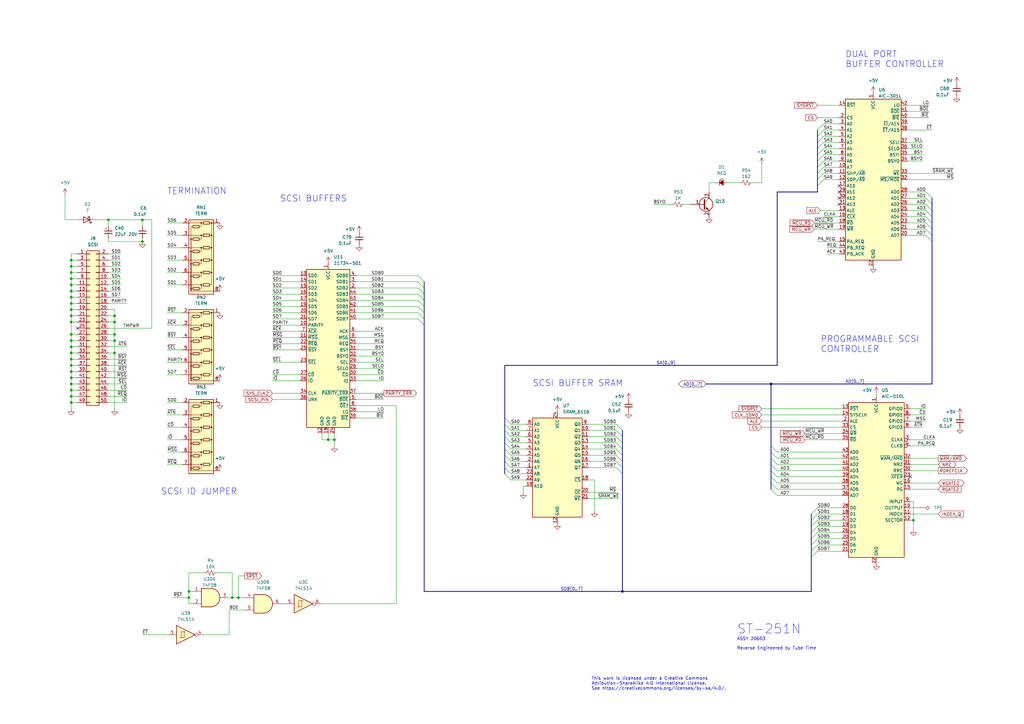
<source format=kicad_sch>
(kicad_sch (version 20231120) (generator "eeschema") (generator_version "8.0")
  (paper "A3")
  (junction (at 29.21 119.38))
  (junction (at 46.99 144.78))
  (junction (at 29.21 127))
  (junction (at 58.42 99.06))
  (junction (at 77.47 242.57))
  (junction (at 29.21 152.4))
  (junction (at 29.21 160.02))
  (junction (at 46.99 139.7))
  (junction (at 29.21 142.24))
  (junction (at 255.27 242.57))
  (junction (at 29.21 106.68))
  (junction (at 29.21 137.16))
  (junction (at 29.21 124.46))
  (junction (at 29.21 116.84))
  (junction (at 29.21 114.3))
  (junction (at 137.16 180.34))
  (junction (at 58.42 90.17))
  (junction (at 134.62 180.34))
  (junction (at 46.99 137.16))
  (junction (at 29.21 132.08))
  (junction (at 46.99 132.08))
  (junction (at 29.21 147.32))
  (junction (at 29.21 139.7))
  (junction (at 374.65 213.36))
  (junction (at 77.47 245.11))
  (junction (at 29.21 162.56))
  (junction (at 29.21 129.54))
  (junction (at 316.23 157.48))
  (junction (at 29.21 109.22))
  (junction (at 29.21 144.78))
  (junction (at 46.99 129.54))
  (junction (at 29.21 165.1))
  (junction (at 97.79 245.11))
  (junction (at 29.21 111.76))
  (junction (at 29.21 149.86))
  (junction (at 29.21 157.48))
  (junction (at 44.45 90.17))
  (junction (at 29.21 121.92))
  (junction (at 95.25 245.11))
  (junction (at 29.21 154.94))
  (no_connect (at 31.75 134.62))
  (no_connect (at 373.38 195.58))
  (no_connect (at 344.17 83.82))
  (no_connect (at 344.17 78.74))
  (no_connect (at 344.17 76.2))
  (no_connect (at 344.17 81.28))
  (bus_entry (at 335.28 63.5) (size 2.54 -2.54))
  (bus_entry (at 335.28 208.28) (size -2.54 2.54))
  (bus_entry (at 207.01 191.77) (size 2.54 2.54))
  (bus_entry (at 252.73 191.77) (size 2.54 2.54))
  (bus_entry (at 335.28 73.66) (size 2.54 -2.54))
  (bus_entry (at 316.23 200.66) (size 2.54 2.54))
  (bus_entry (at 207.01 179.07) (size 2.54 2.54))
  (bus_entry (at 379.73 83.82) (size 2.54 2.54))
  (bus_entry (at 316.23 182.88) (size 2.54 2.54))
  (bus_entry (at 207.01 173.99) (size 2.54 2.54))
  (bus_entry (at 207.01 181.61) (size 2.54 2.54))
  (bus_entry (at 335.28 53.34) (size 2.54 -2.54))
  (bus_entry (at 171.45 113.03) (size 2.54 2.54))
  (bus_entry (at 316.23 190.5) (size 2.54 2.54))
  (bus_entry (at 335.28 66.04) (size 2.54 -2.54))
  (bus_entry (at 316.23 185.42) (size 2.54 2.54))
  (bus_entry (at 207.01 184.15) (size 2.54 2.54))
  (bus_entry (at 335.28 55.88) (size 2.54 -2.54))
  (bus_entry (at 335.28 71.12) (size 2.54 -2.54))
  (bus_entry (at 252.73 179.07) (size 2.54 2.54))
  (bus_entry (at 335.28 210.82) (size -2.54 2.54))
  (bus_entry (at 379.73 81.28) (size 2.54 2.54))
  (bus_entry (at 207.01 186.69) (size 2.54 2.54))
  (bus_entry (at 171.45 118.11) (size 2.54 2.54))
  (bus_entry (at 316.23 195.58) (size 2.54 2.54))
  (bus_entry (at 207.01 171.45) (size 2.54 2.54))
  (bus_entry (at 207.01 189.23) (size 2.54 2.54))
  (bus_entry (at 252.73 184.15) (size 2.54 2.54))
  (bus_entry (at 379.73 88.9) (size 2.54 2.54))
  (bus_entry (at 171.45 128.27) (size 2.54 2.54))
  (bus_entry (at 316.23 193.04) (size 2.54 2.54))
  (bus_entry (at 335.28 60.96) (size 2.54 -2.54))
  (bus_entry (at 171.45 115.57) (size 2.54 2.54))
  (bus_entry (at 252.73 181.61) (size 2.54 2.54))
  (bus_entry (at 335.28 58.42) (size 2.54 -2.54))
  (bus_entry (at 252.73 173.99) (size 2.54 2.54))
  (bus_entry (at 379.73 93.98) (size 2.54 2.54))
  (bus_entry (at 335.28 220.98) (size -2.54 2.54))
  (bus_entry (at 335.28 218.44) (size -2.54 2.54))
  (bus_entry (at 335.28 226.06) (size -2.54 2.54))
  (bus_entry (at 252.73 189.23) (size 2.54 2.54))
  (bus_entry (at 379.73 78.74) (size 2.54 2.54))
  (bus_entry (at 335.28 76.2) (size 2.54 -2.54))
  (bus_entry (at 379.73 86.36) (size 2.54 2.54))
  (bus_entry (at 171.45 123.19) (size 2.54 2.54))
  (bus_entry (at 335.28 223.52) (size -2.54 2.54))
  (bus_entry (at 335.28 68.58) (size 2.54 -2.54))
  (bus_entry (at 335.28 213.36) (size -2.54 2.54))
  (bus_entry (at 207.01 194.31) (size 2.54 2.54))
  (bus_entry (at 207.01 176.53) (size 2.54 2.54))
  (bus_entry (at 171.45 125.73) (size 2.54 2.54))
  (bus_entry (at 379.73 96.52) (size 2.54 2.54))
  (bus_entry (at 335.28 215.9) (size -2.54 2.54))
  (bus_entry (at 252.73 186.69) (size 2.54 2.54))
  (bus_entry (at 171.45 130.81) (size 2.54 2.54))
  (bus_entry (at 379.73 91.44) (size 2.54 2.54))
  (bus_entry (at 171.45 120.65) (size 2.54 2.54))
  (bus_entry (at 316.23 198.12) (size 2.54 2.54))
  (bus_entry (at 316.23 187.96) (size 2.54 2.54))
  (bus_entry (at 252.73 176.53) (size 2.54 2.54))
  (bus (pts (xy 332.74 223.52) (xy 332.74 226.06)))
  (bus (pts (xy 255.27 181.61) (xy 255.27 184.15)))
  (wire (pts (xy 29.21 162.56) (xy 31.75 162.56)))
  (wire (pts (xy 339.09 104.14) (xy 344.17 104.14)))
  (wire (pts (xy 374.65 205.74) (xy 374.65 213.36)))
  (bus (pts (xy 207.01 181.61) (xy 207.01 184.15)))
  (bus (pts (xy 332.74 242.57) (xy 255.27 242.57)))
  (wire (pts (xy 29.21 147.32) (xy 31.75 147.32)))
  (bus (pts (xy 382.27 93.98) (xy 382.27 96.52)))
  (wire (pts (xy 29.21 119.38) (xy 31.75 119.38)))
  (wire (pts (xy 29.21 139.7) (xy 29.21 142.24)))
  (bus (pts (xy 316.23 195.58) (xy 316.23 198.12)))
  (wire (pts (xy 146.05 143.51) (xy 157.48 143.51)))
  (wire (pts (xy 330.2 177.8) (xy 345.44 177.8)))
  (wire (pts (xy 373.38 167.64) (xy 379.73 167.64)))
  (wire (pts (xy 29.21 160.02) (xy 31.75 160.02)))
  (wire (pts (xy 146.05 130.81) (xy 171.45 130.81)))
  (bus (pts (xy 316.23 157.48) (xy 316.23 182.88)))
  (wire (pts (xy 29.21 149.86) (xy 31.75 149.86)))
  (wire (pts (xy 157.48 135.89) (xy 146.05 135.89)))
  (wire (pts (xy 372.11 58.42) (xy 378.46 58.42)))
  (wire (pts (xy 373.38 172.72) (xy 379.73 172.72)))
  (wire (pts (xy 29.21 152.4) (xy 31.75 152.4)))
  (wire (pts (xy 29.21 162.56) (xy 29.21 165.1)))
  (bus (pts (xy 207.01 179.07) (xy 207.01 181.61)))
  (wire (pts (xy 68.58 175.26) (xy 74.93 175.26)))
  (wire (pts (xy 134.62 180.34) (xy 134.62 177.8)))
  (wire (pts (xy 290.83 74.93) (xy 293.37 74.93)))
  (wire (pts (xy 44.45 90.17) (xy 58.42 90.17)))
  (bus (pts (xy 255.27 191.77) (xy 255.27 194.31)))
  (bus (pts (xy 255.27 189.23) (xy 255.27 191.77)))
  (wire (pts (xy 44.45 97.79) (xy 44.45 99.06)))
  (wire (pts (xy 214.63 199.39) (xy 215.9 199.39)))
  (bus (pts (xy 207.01 149.86) (xy 207.01 171.45)))
  (bus (pts (xy 382.27 86.36) (xy 382.27 88.9)))
  (bus (pts (xy 316.23 190.5) (xy 316.23 193.04)))
  (bus (pts (xy 332.74 218.44) (xy 332.74 220.98)))
  (wire (pts (xy 29.21 149.86) (xy 29.21 152.4)))
  (wire (pts (xy 241.3 176.53) (xy 252.73 176.53)))
  (wire (pts (xy 29.21 165.1) (xy 31.75 165.1)))
  (wire (pts (xy 44.45 111.76) (xy 49.53 111.76)))
  (wire (pts (xy 44.45 149.86) (xy 52.07 149.86)))
  (wire (pts (xy 134.62 180.34) (xy 137.16 180.34)))
  (wire (pts (xy 29.21 116.84) (xy 29.21 119.38)))
  (wire (pts (xy 44.45 106.68) (xy 49.53 106.68)))
  (wire (pts (xy 29.21 144.78) (xy 29.21 147.32)))
  (wire (pts (xy 115.57 247.65) (xy 116.84 247.65)))
  (wire (pts (xy 298.45 74.93) (xy 303.53 74.93)))
  (wire (pts (xy 146.05 166.37) (xy 162.56 166.37)))
  (bus (pts (xy 335.28 73.66) (xy 335.28 76.2)))
  (wire (pts (xy 68.58 153.67) (xy 74.93 153.67)))
  (wire (pts (xy 335.28 218.44) (xy 345.44 218.44)))
  (bus (pts (xy 316.23 187.96) (xy 316.23 190.5)))
  (wire (pts (xy 68.58 260.35) (xy 58.42 260.35)))
  (wire (pts (xy 146.05 140.97) (xy 157.48 140.97)))
  (wire (pts (xy 241.3 179.07) (xy 252.73 179.07)))
  (wire (pts (xy 44.45 144.78) (xy 46.99 144.78)))
  (bus (pts (xy 318.77 78.74) (xy 318.77 149.86)))
  (wire (pts (xy 44.45 127) (xy 46.99 127)))
  (bus (pts (xy 382.27 88.9) (xy 382.27 91.44)))
  (wire (pts (xy 68.58 165.1) (xy 74.93 165.1)))
  (bus (pts (xy 207.01 184.15) (xy 207.01 186.69)))
  (wire (pts (xy 97.79 236.22) (xy 100.33 236.22)))
  (wire (pts (xy 337.82 58.42) (xy 344.17 58.42)))
  (wire (pts (xy 373.38 208.28) (xy 377.19 208.28)))
  (wire (pts (xy 29.21 154.94) (xy 31.75 154.94)))
  (wire (pts (xy 44.45 121.92) (xy 49.53 121.92)))
  (bus (pts (xy 332.74 226.06) (xy 332.74 228.6)))
  (wire (pts (xy 111.76 138.43) (xy 123.19 138.43)))
  (wire (pts (xy 372.11 71.12) (xy 391.16 71.12)))
  (wire (pts (xy 44.45 134.62) (xy 62.23 134.62)))
  (wire (pts (xy 209.55 194.31) (xy 215.9 194.31)))
  (wire (pts (xy 241.3 191.77) (xy 252.73 191.77)))
  (wire (pts (xy 68.58 138.43) (xy 74.93 138.43)))
  (wire (pts (xy 373.38 213.36) (xy 374.65 213.36)))
  (wire (pts (xy 335.28 210.82) (xy 345.44 210.82)))
  (wire (pts (xy 372.11 66.04) (xy 378.46 66.04)))
  (wire (pts (xy 44.45 90.17) (xy 44.45 92.71)))
  (wire (pts (xy 373.38 193.04) (xy 384.81 193.04)))
  (wire (pts (xy 44.45 114.3) (xy 49.53 114.3)))
  (wire (pts (xy 68.58 116.84) (xy 74.93 116.84)))
  (bus (pts (xy 173.99 128.27) (xy 173.99 130.81)))
  (wire (pts (xy 209.55 173.99) (xy 215.9 173.99)))
  (wire (pts (xy 44.45 124.46) (xy 52.07 124.46)))
  (wire (pts (xy 29.21 121.92) (xy 29.21 124.46)))
  (wire (pts (xy 146.05 128.27) (xy 171.45 128.27)))
  (wire (pts (xy 44.45 142.24) (xy 52.07 142.24)))
  (wire (pts (xy 29.21 127) (xy 29.21 129.54)))
  (wire (pts (xy 318.77 198.12) (xy 345.44 198.12)))
  (bus (pts (xy 255.27 184.15) (xy 255.27 186.69)))
  (bus (pts (xy 332.74 215.9) (xy 332.74 218.44)))
  (wire (pts (xy 68.58 143.51) (xy 74.93 143.51)))
  (wire (pts (xy 335.28 223.52) (xy 345.44 223.52)))
  (bus (pts (xy 335.28 66.04) (xy 335.28 68.58)))
  (wire (pts (xy 372.11 53.34) (xy 382.27 53.34)))
  (wire (pts (xy 241.3 189.23) (xy 252.73 189.23)))
  (bus (pts (xy 316.23 185.42) (xy 316.23 187.96)))
  (wire (pts (xy 44.45 109.22) (xy 49.53 109.22)))
  (wire (pts (xy 29.21 160.02) (xy 29.21 162.56)))
  (wire (pts (xy 372.11 83.82) (xy 379.73 83.82)))
  (wire (pts (xy 78.74 242.57) (xy 77.47 242.57)))
  (bus (pts (xy 382.27 157.48) (xy 316.23 157.48)))
  (wire (pts (xy 123.19 148.59) (xy 111.76 148.59)))
  (wire (pts (xy 241.3 173.99) (xy 252.73 173.99)))
  (wire (pts (xy 97.79 245.11) (xy 100.33 245.11)))
  (wire (pts (xy 146.05 161.29) (xy 157.48 161.29)))
  (wire (pts (xy 209.55 189.23) (xy 215.9 189.23)))
  (wire (pts (xy 146.05 125.73) (xy 171.45 125.73)))
  (wire (pts (xy 373.38 187.96) (xy 384.81 187.96)))
  (bus (pts (xy 335.28 76.2) (xy 335.28 78.74)))
  (bus (pts (xy 207.01 189.23) (xy 207.01 191.77)))
  (wire (pts (xy 339.09 101.6) (xy 344.17 101.6)))
  (wire (pts (xy 62.23 134.62) (xy 62.23 90.17)))
  (wire (pts (xy 373.38 170.18) (xy 379.73 170.18)))
  (bus (pts (xy 207.01 186.69) (xy 207.01 189.23)))
  (wire (pts (xy 111.76 130.81) (xy 123.19 130.81)))
  (wire (pts (xy 334.01 93.98) (xy 344.17 93.98)))
  (wire (pts (xy 29.21 157.48) (xy 31.75 157.48)))
  (wire (pts (xy 337.82 68.58) (xy 344.17 68.58)))
  (wire (pts (xy 29.21 137.16) (xy 29.21 139.7)))
  (wire (pts (xy 93.98 250.19) (xy 100.33 250.19)))
  (wire (pts (xy 29.21 147.32) (xy 29.21 149.86)))
  (wire (pts (xy 26.67 90.17) (xy 31.75 90.17)))
  (wire (pts (xy 111.76 125.73) (xy 123.19 125.73)))
  (bus (pts (xy 255.27 242.57) (xy 173.99 242.57)))
  (wire (pts (xy 44.45 152.4) (xy 52.07 152.4)))
  (wire (pts (xy 146.05 146.05) (xy 157.48 146.05)))
  (wire (pts (xy 157.48 163.83) (xy 146.05 163.83)))
  (wire (pts (xy 29.21 104.14) (xy 29.21 106.68)))
  (wire (pts (xy 97.79 245.11) (xy 97.79 236.22)))
  (wire (pts (xy 44.45 160.02) (xy 52.07 160.02)))
  (wire (pts (xy 29.21 144.78) (xy 31.75 144.78)))
  (wire (pts (xy 46.99 129.54) (xy 46.99 132.08)))
  (wire (pts (xy 29.21 142.24) (xy 29.21 144.78)))
  (wire (pts (xy 44.45 147.32) (xy 52.07 147.32)))
  (wire (pts (xy 373.38 190.5) (xy 384.81 190.5)))
  (wire (pts (xy 68.58 106.68) (xy 74.93 106.68)))
  (bus (pts (xy 335.28 63.5) (xy 335.28 66.04)))
  (bus (pts (xy 173.99 123.19) (xy 173.99 125.73)))
  (bus (pts (xy 316.23 198.12) (xy 316.23 200.66)))
  (bus (pts (xy 332.74 210.82) (xy 332.74 213.36)))
  (bus (pts (xy 207.01 176.53) (xy 207.01 179.07)))
  (wire (pts (xy 137.16 180.34) (xy 137.16 182.88)))
  (bus (pts (xy 335.28 60.96) (xy 335.28 63.5)))
  (bus (pts (xy 335.28 58.42) (xy 335.28 60.96)))
  (bus (pts (xy 316.23 182.88) (xy 316.23 185.42)))
  (wire (pts (xy 241.3 181.61) (xy 252.73 181.61)))
  (wire (pts (xy 29.21 106.68) (xy 31.75 106.68)))
  (wire (pts (xy 209.55 184.15) (xy 215.9 184.15)))
  (wire (pts (xy 93.98 260.35) (xy 93.98 250.19)))
  (wire (pts (xy 318.77 187.96) (xy 345.44 187.96)))
  (wire (pts (xy 137.16 180.34) (xy 137.16 177.8)))
  (wire (pts (xy 111.76 133.35) (xy 123.19 133.35)))
  (wire (pts (xy 44.45 129.54) (xy 46.99 129.54)))
  (wire (pts (xy 123.19 161.29) (xy 111.76 161.29)))
  (wire (pts (xy 77.47 247.65) (xy 78.74 247.65)))
  (wire (pts (xy 132.08 180.34) (xy 134.62 180.34)))
  (wire (pts (xy 68.58 111.76) (xy 74.93 111.76)))
  (wire (pts (xy 68.58 128.27) (xy 74.93 128.27)))
  (wire (pts (xy 337.82 53.34) (xy 344.17 53.34)))
  (wire (pts (xy 335.28 220.98) (xy 345.44 220.98)))
  (wire (pts (xy 372.11 78.74) (xy 379.73 78.74)))
  (wire (pts (xy 95.25 245.11) (xy 97.79 245.11)))
  (wire (pts (xy 29.21 139.7) (xy 31.75 139.7)))
  (wire (pts (xy 123.19 143.51) (xy 111.76 143.51)))
  (wire (pts (xy 88.9 234.95) (xy 95.25 234.95)))
  (bus (pts (xy 382.27 99.06) (xy 382.27 157.48)))
  (wire (pts (xy 318.77 185.42) (xy 345.44 185.42)))
  (wire (pts (xy 83.82 234.95) (xy 77.47 234.95)))
  (wire (pts (xy 312.42 67.31) (xy 312.42 74.93)))
  (wire (pts (xy 337.82 71.12) (xy 344.17 71.12)))
  (wire (pts (xy 373.38 205.74) (xy 374.65 205.74)))
  (wire (pts (xy 58.42 97.79) (xy 58.42 99.06)))
  (wire (pts (xy 44.45 154.94) (xy 52.07 154.94)))
  (wire (pts (xy 29.21 157.48) (xy 29.21 160.02)))
  (wire (pts (xy 44.45 162.56) (xy 52.07 162.56)))
  (wire (pts (xy 68.58 185.42) (xy 74.93 185.42)))
  (wire (pts (xy 337.82 63.5) (xy 344.17 63.5)))
  (wire (pts (xy 334.01 91.44) (xy 344.17 91.44)))
  (wire (pts (xy 337.82 66.04) (xy 344.17 66.04)))
  (wire (pts (xy 318.77 203.2) (xy 345.44 203.2)))
  (bus (pts (xy 173.99 133.35) (xy 173.99 242.57)))
  (wire (pts (xy 111.76 135.89) (xy 123.19 135.89)))
  (wire (pts (xy 372.11 73.66) (xy 391.16 73.66)))
  (bus (pts (xy 332.74 228.6) (xy 332.74 242.57)))
  (wire (pts (xy 68.58 133.35) (xy 74.93 133.35)))
  (wire (pts (xy 29.21 121.92) (xy 31.75 121.92)))
  (wire (pts (xy 335.28 208.28) (xy 345.44 208.28)))
  (wire (pts (xy 318.77 200.66) (xy 345.44 200.66)))
  (wire (pts (xy 209.55 176.53) (xy 215.9 176.53)))
  (bus (pts (xy 255.27 194.31) (xy 255.27 242.57)))
  (wire (pts (xy 46.99 144.78) (xy 46.99 167.64)))
  (wire (pts (xy 93.98 245.11) (xy 95.25 245.11)))
  (wire (pts (xy 44.45 116.84) (xy 49.53 116.84)))
  (wire (pts (xy 243.84 209.55) (xy 243.84 196.85)))
  (wire (pts (xy 44.45 119.38) (xy 49.53 119.38)))
  (wire (pts (xy 77.47 242.57) (xy 77.47 245.11)))
  (wire (pts (xy 330.2 180.34) (xy 345.44 180.34)))
  (wire (pts (xy 146.05 113.03) (xy 171.45 113.03)))
  (wire (pts (xy 111.76 113.03) (xy 123.19 113.03)))
  (wire (pts (xy 44.45 139.7) (xy 46.99 139.7)))
  (wire (pts (xy 31.75 104.14) (xy 29.21 104.14)))
  (wire (pts (xy 373.38 175.26) (xy 378.46 175.26)))
  (wire (pts (xy 335.28 43.18) (xy 344.17 43.18)))
  (wire (pts (xy 68.58 91.44) (xy 74.93 91.44)))
  (wire (pts (xy 146.05 168.91) (xy 157.48 168.91)))
  (wire (pts (xy 372.11 45.72) (xy 381 45.72)))
  (wire (pts (xy 46.99 132.08) (xy 46.99 137.16)))
  (bus (pts (xy 255.27 179.07) (xy 255.27 181.61)))
  (bus (pts (xy 382.27 83.82) (xy 382.27 86.36)))
  (wire (pts (xy 132.08 180.34) (xy 132.08 177.8)))
  (wire (pts (xy 337.82 73.66) (xy 344.17 73.66)))
  (wire (pts (xy 44.45 99.06) (xy 58.42 99.06)))
  (wire (pts (xy 29.21 111.76) (xy 31.75 111.76)))
  (wire (pts (xy 29.21 154.94) (xy 29.21 157.48)))
  (wire (pts (xy 318.77 190.5) (xy 345.44 190.5)))
  (bus (pts (xy 382.27 91.44) (xy 382.27 93.98)))
  (wire (pts (xy 372.11 63.5) (xy 378.46 63.5)))
  (wire (pts (xy 312.42 175.26) (xy 345.44 175.26)))
  (wire (pts (xy 372.11 86.36) (xy 379.73 86.36)))
  (wire (pts (xy 26.67 80.01) (xy 26.67 90.17)))
  (wire (pts (xy 29.21 119.38) (xy 29.21 121.92)))
  (wire (pts (xy 312.42 167.64) (xy 345.44 167.64)))
  (wire (pts (xy 46.99 137.16) (xy 46.99 139.7)))
  (wire (pts (xy 335.28 213.36) (xy 345.44 213.36)))
  (wire (pts (xy 241.3 186.69) (xy 252.73 186.69)))
  (wire (pts (xy 111.76 128.27) (xy 123.19 128.27)))
  (wire (pts (xy 209.55 181.61) (xy 215.9 181.61)))
  (bus (pts (xy 255.27 176.53) (xy 255.27 179.07)))
  (bus (pts (xy 255.27 186.69) (xy 255.27 189.23)))
  (bus (pts (xy 335.28 71.12) (xy 335.28 73.66)))
  (wire (pts (xy 146.05 153.67) (xy 157.48 153.67)))
  (wire (pts (xy 146.05 115.57) (xy 171.45 115.57)))
  (wire (pts (xy 318.77 193.04) (xy 345.44 193.04)))
  (wire (pts (xy 146.05 151.13) (xy 157.48 151.13)))
  (wire (pts (xy 111.76 118.11) (xy 123.19 118.11)))
  (wire (pts (xy 359.41 161.29) (xy 359.41 162.56)))
  (wire (pts (xy 29.21 142.24) (xy 31.75 142.24)))
  (wire (pts (xy 29.21 114.3) (xy 31.75 114.3)))
  (wire (pts (xy 29.21 132.08) (xy 29.21 137.16)))
  (wire (pts (xy 241.3 204.47) (xy 254 204.47)))
  (wire (pts (xy 29.21 109.22) (xy 29.21 111.76)))
  (wire (pts (xy 337.82 50.8) (xy 344.17 50.8)))
  (wire (pts (xy 29.21 127) (xy 31.75 127)))
  (wire (pts (xy 372.11 48.26) (xy 381 48.26)))
  (wire (pts (xy 44.45 165.1) (xy 52.07 165.1)))
  (wire (pts (xy 372.11 81.28) (xy 379.73 81.28)))
  (bus (pts (xy 173.99 118.11) (xy 173.99 120.65)))
  (wire (pts (xy 209.55 196.85) (xy 215.9 196.85)))
  (wire (pts (xy 146.05 156.21) (xy 157.48 156.21)))
  (wire (pts (xy 214.63 201.93) (xy 214.63 199.39)))
  (bus (pts (xy 173.99 125.73) (xy 173.99 128.27)))
  (wire (pts (xy 95.25 234.95) (xy 95.25 245.11)))
  (wire (pts (xy 111.76 120.65) (xy 123.19 120.65)))
  (wire (pts (xy 29.21 132.08) (xy 31.75 132.08)))
  (wire (pts (xy 29.21 109.22) (xy 31.75 109.22)))
  (wire (pts (xy 312.42 172.72) (xy 345.44 172.72)))
  (wire (pts (xy 243.84 196.85) (xy 241.3 196.85)))
  (wire (pts (xy 335.28 215.9) (xy 345.44 215.9)))
  (wire (pts (xy 162.56 166.37) (xy 162.56 247.65)))
  (wire (pts (xy 29.21 124.46) (xy 29.21 127)))
  (bus (pts (xy 207.01 149.86) (xy 318.77 149.86)))
  (wire (pts (xy 44.45 104.14) (xy 49.53 104.14)))
  (wire (pts (xy 29.21 116.84) (xy 31.75 116.84)))
  (bus (pts (xy 382.27 96.52) (xy 382.27 99.06)))
  (wire (pts (xy 46.99 127) (xy 46.99 129.54)))
  (wire (pts (xy 111.76 140.97) (xy 123.19 140.97)))
  (wire (pts (xy 241.3 184.15) (xy 252.73 184.15)))
  (wire (pts (xy 29.21 129.54) (xy 29.21 132.08)))
  (wire (pts (xy 77.47 234.95) (xy 77.47 242.57)))
  (wire (pts (xy 29.21 137.16) (xy 31.75 137.16)))
  (bus (pts (xy 335.28 68.58) (xy 335.28 71.12)))
  (wire (pts (xy 111.76 115.57) (xy 123.19 115.57)))
  (wire (pts (xy 77.47 245.11) (xy 77.47 247.65)))
  (wire (pts (xy 241.3 201.93) (xy 252.73 201.93)))
  (wire (pts (xy 336.55 86.36) (xy 344.17 86.36)))
  (wire (pts (xy 146.05 148.59) (xy 157.48 148.59)))
  (bus (pts (xy 173.99 130.81) (xy 173.99 133.35)))
  (bus (pts (xy 335.28 53.34) (xy 335.28 55.88)))
  (wire (pts (xy 44.45 157.48) (xy 52.07 157.48)))
  (wire (pts (xy 29.21 129.54) (xy 31.75 129.54)))
  (bus (pts (xy 332.74 220.98) (xy 332.74 223.52)))
  (wire (pts (xy 372.11 91.44) (xy 379.73 91.44)))
  (wire (pts (xy 29.21 124.46) (xy 31.75 124.46)))
  (wire (pts (xy 68.58 190.5) (xy 74.93 190.5)))
  (wire (pts (xy 374.65 213.36) (xy 374.65 217.17)))
  (wire (pts (xy 71.12 245.11) (xy 77.47 245.11)))
  (wire (pts (xy 123.19 156.21) (xy 111.76 156.21)))
  (wire (pts (xy 146.05 123.19) (xy 171.45 123.19)))
  (bus (pts (xy 173.99 115.57) (xy 173.99 118.11)))
  (wire (pts (xy 335.28 99.06) (xy 344.17 99.06)))
  (wire (pts (xy 337.82 60.96) (xy 344.17 60.96)))
  (wire (pts (xy 146.05 171.45) (xy 157.48 171.45)))
  (bus (pts (xy 207.01 173.99) (xy 207.01 176.53)))
  (wire (pts (xy 372.11 88.9) (xy 379.73 88.9)))
  (bus (pts (xy 173.99 120.65) (xy 173.99 123.19)))
  (wire (pts (xy 68.58 148.59) (xy 74.93 148.59)))
  (wire (pts (xy 157.48 138.43) (xy 146.05 138.43)))
  (wire (pts (xy 58.42 90.17) (xy 62.23 90.17)))
  (wire (pts (xy 267.97 83.82) (xy 275.59 83.82)))
  (wire (pts (xy 373.38 198.12) (xy 384.81 198.12)))
  (wire (pts (xy 335.28 226.06) (xy 345.44 226.06)))
  (wire (pts (xy 146.05 118.11) (xy 171.45 118.11)))
  (wire (pts (xy 280.67 83.82) (xy 283.21 83.82)))
  (wire (pts (xy 29.21 114.3) (xy 29.21 116.84)))
  (wire (pts (xy 132.08 247.65) (xy 162.56 247.65)))
  (wire (pts (xy 372.11 60.96) (xy 378.46 60.96)))
  (wire (pts (xy 372.11 96.52) (xy 379.73 96.52)))
  (wire (pts (xy 83.82 260.35) (xy 93.98 260.35)))
  (wire (pts (xy 46.99 139.7) (xy 46.99 144.78)))
  (bus (pts (xy 207.01 171.45) (xy 207.01 173.99)))
  (wire (pts (xy 337.82 55.88) (xy 344.17 55.88)))
  (wire (pts (xy 68.58 180.34) (xy 74.93 180.34)))
  (wire (pts (xy 290.83 74.93) (xy 290.83 78.74)))
  (wire (pts (xy 29.21 152.4) (xy 29.21 154.94)))
  (wire (pts (xy 337.82 88.9) (xy 344.17 88.9)))
  (wire (pts (xy 123.19 163.83) (xy 111.76 163.83)))
  (bus (pts (xy 289.56 157.48) (xy 316.23 157.48)))
  (bus (pts (xy 332.74 213.36) (xy 332.74 215.9)))
  (wire (pts (xy 68.58 170.18) (xy 74.93 170.18)))
  (wire (pts (xy 44.45 137.16) (xy 46.99 137.16)))
  (wire (pts (xy 312.42 170.18) (xy 345.44 170.18)))
  (wire (pts (xy 29.21 111.76) (xy 29.21 114.3)))
  (wire (pts (xy 372.11 93.98) (xy 379.73 93.98)))
  (wire (pts (xy 335.28 48.26) (xy 344.17 48.26)))
  (wire (pts (xy 68.58 96.52) (xy 74.93 96.52)))
  (wire (pts (xy 44.45 132.08) (xy 46.99 132.08)))
  (wire (pts (xy 58.42 90.17) (xy 58.42 92.71)))
  (wire (pts (xy 209.55 191.77) (xy 215.9 191.77)))
  (bus (pts (xy 207.01 191.77) (xy 207.01 194.31)))
  (bus (pts (xy 335.28 55.88) (xy 335.28 58.42)))
  (wire (pts (xy 209.55 186.69) (xy 215.9 186.69)))
  (wire (pts (xy 372.11 43.18) (xy 381 43.18)))
  (wire (pts (xy 312.42 74.93) (xy 308.61 74.93)))
  (wire (pts (xy 123.19 153.67) (xy 111.76 153.67)))
  (wire (pts (xy 29.21 106.68) (xy 29.21 109.22)))
  (wire (pts (xy 209.55 179.07) (xy 215.9 179.07)))
  (wire (pts (xy 373.38 180.34) (xy 383.54 180.34)))
  (wire (pts (xy 39.37 90.17) (xy 44.45 90.17)))
  (bus (pts (xy 382.27 81.28) (xy 382.27 83.82)))
  (wire (pts (xy 373.38 210.82) (xy 384.81 210.82)))
  (bus (pts (xy 318.77 78.74) (xy 335.28 78.74)))
  (wire (pts (xy 68.58 101.6) (xy 74.93 101.6)))
  (wire (pts (xy 111.76 123.19) (xy 123.19 123.19)))
  (wire (pts (xy 318.77 195.58) (xy 345.44 195.58)))
  (bus (pts (xy 316.23 193.04) (xy 316.23 195.58)))
  (wire (pts (xy 373.38 200.66) (xy 384.81 200.66)))
  (wire (pts (xy 29.21 165.1) (xy 29.21 167.64)))
  (wire (pts (xy 146.05 120.65) (xy 171.45 120.65)))
  (wire (pts (xy 373.38 182.88) (xy 383.54 182.88)))
  (text "TERMINATION" (at 68.58 80.01 0) (effects (font (size 2.54 2.54)) (justify left bottom)))
  (text "This work is licensed under a Creative Commons\nAttribution-ShareAlike 4.0 International License.\nSee https://creativecommons.org/licenses/by-sa/4.0/.\n" (at 242.57 283.21 0) (effects (font (size 1.27 1.27)) (justify left bottom)))
  (text "ASSY 20603" (at 302.26 262.89 0) (effects (font (size 1.27 1.27)) (justify left bottom)))
  (text "ST-251N" (at 302.26 260.35 0) (effects (font (size 3.81 3.81)) (justify left bottom)))
  (text "Reverse Engineered by Tube Time" (at 302.26 266.7 0) (effects (font (size 1.27 1.27)) (justify left bottom)))
  (text "SCSI ID JUMPER" (at 66.04 203.2 0) (effects (font (size 2.54 2.54)) (justify left bottom)))
  (text "SCSI BUFFER SRAM" (at 218.44 158.75 0) (effects (font (size 2.54 2.54)) (justify left bottom)))
  (text "DUAL PORT\nBUFFER CONTROLLER" (at 346.71 27.94 0) (effects (font (size 2.54 2.54)) (justify left bottom)))
  (text "PROGRAMMABLE SCSI\nCONTROLLER" (at 336.55 144.78 0) (effects (font (size 2.54 2.54)) (justify left bottom)))
  (text "SCSI BUFFERS" (at 114.808 83.058 0) (effects (font (size 2.54 2.54)) (justify left bottom)))
  (label "CLKA" (at 383.54 180.34 180))
  (label "PARITY" (at 52.07 124.46 180))
  (label "SDB1" (at 252.73 176.53 180))
  (label "AD4" (at 379.73 88.9 180))
  (label "AD0" (at 379.73 78.74 180))
  (label "~{BIE}" (at 157.48 171.45 180))
  (label "SD7" (at 49.53 121.92 180))
  (label "SDB5" (at 252.73 186.69 180))
  (label "~{REQ}" (at 68.58 190.5 0))
  (label "~{ACK}" (at 52.07 149.86 180))
  (label "SDB1" (at 157.48 115.57 180))
  (label "~{RST}" (at 68.58 128.27 0))
  (label "~{ET}" (at 58.42 260.35 0))
  (label "SA7" (at 209.55 191.77 0))
  (label "SEL" (at 157.48 148.59 180))
  (label "SDB5" (at 157.48 125.73 180))
  (label "AD5" (at 320.04 198.12 0))
  (label "SDB0" (at 252.73 173.99 180))
  (label "SELO" (at 378.46 60.96 180))
  (label "~{ET}" (at 382.27 53.34 180))
  (label "~{RST}" (at 52.07 152.4 180))
  (label "~{SEL}" (at 68.58 143.51 0))
  (label "BOE" (at 93.98 250.19 0))
  (label "MSG" (at 157.48 138.43 180))
  (label "REQ" (at 339.09 101.6 0))
  (label "SDB0" (at 157.48 113.03 180))
  (label "~{MSG}" (at 68.58 185.42 0))
  (label "LO" (at 157.48 168.91 180))
  (label "MSG" (at 379.73 172.72 180))
  (label "SA3" (at 337.82 58.42 0))
  (label "SD0" (at 68.58 165.1 0))
  (label "SA8" (at 209.55 194.31 0))
  (label "ACK" (at 339.09 104.14 0))
  (label "~{C}D" (at 157.48 153.67 180))
  (label "SA9" (at 337.82 73.66 0))
  (label "~{MCU_RD}" (at 330.2 180.34 0))
  (label "BSYO" (at 267.97 83.82 0))
  (label "C~{D}" (at 68.58 175.26 0))
  (label "SA2" (at 337.82 55.88 0))
  (label "SD2" (at 68.58 111.76 0))
  (label "SA8" (at 337.82 71.12 0))
  (label "SA5" (at 337.82 63.5 0))
  (label "SD6" (at 68.58 91.44 0))
  (label "SA6" (at 209.55 189.23 0))
  (label "SDB4" (at 335.28 218.44 0))
  (label "SD6" (at 111.76 128.27 0))
  (label "SDB4" (at 157.48 123.19 180))
  (label "AD0" (at 320.04 185.42 0))
  (label "SDB1" (at 335.28 210.82 0))
  (label "AD2" (at 379.73 83.82 180))
  (label "~{BOE}" (at 157.48 163.83 180))
  (label "SA4" (at 209.55 184.15 0))
  (label "SA7" (at 337.82 68.58 0))
  (label "SD4" (at 68.58 101.6 0))
  (label "~{BIE}" (at 381 48.26 180))
  (label "SDB2" (at 335.28 213.36 0))
  (label "SDB0" (at 335.28 208.28 0))
  (label "SDB5" (at 335.28 220.98 0))
  (label "~{SRAM_WE}" (at 254 204.47 180))
  (label "BSYO" (at 157.48 146.05 180))
  (label "AD2" (at 320.04 190.5 0))
  (label "~{SEL}" (at 52.07 157.48 180))
  (label "AD7" (at 379.73 96.52 180))
  (label "LO" (at 381 43.18 180))
  (label "PA_REQ" (at 335.28 99.06 0))
  (label "SD1" (at 68.58 116.84 0))
  (label "~{ATN}" (at 52.07 142.24 180))
  (label "I~{O}" (at 52.07 165.1 180))
  (label "C~{D}" (at 111.76 153.67 0))
  (label "SDB6" (at 335.28 223.52 0))
  (label "~{ACK}" (at 68.58 133.35 0))
  (label "AD7" (at 320.04 203.2 0))
  (label "SA1" (at 337.82 53.34 0))
  (label "SA0" (at 209.55 173.99 0))
  (label "IO" (at 157.48 156.21 180))
  (label "AD5" (at 379.73 91.44 180))
  (label "~{BSY}" (at 52.07 147.32 180))
  (label "SELO" (at 157.48 151.13 180))
  (label "SDB7" (at 157.48 130.81 180))
  (label "I~{O}" (at 111.76 156.21 0))
  (label "IO" (at 379.73 167.64 180))
  (label "SDB3" (at 157.48 120.65 180))
  (label "PARITY" (at 68.58 148.59 0))
  (label "SA4" (at 337.82 60.96 0))
  (label "~{ACK}" (at 111.76 135.89 0))
  (label "SD6" (at 49.53 119.38 180))
  (label "SD3" (at 49.53 111.76 180))
  (label "AD3" (at 320.04 193.04 0))
  (label "SDB3" (at 252.73 181.61 180))
  (label "SDB4" (at 252.73 184.15 180))
  (label "SD2" (at 49.53 109.22 180))
  (label "SA[0..9]" (at 269.24 149.86 0))
  (label "AD6" (at 320.04 200.66 0))
  (label "SD4" (at 111.76 123.19 0))
  (label "~{REQ}" (at 111.76 140.97 0))
  (label "CLKA" (at 337.82 88.9 0))
  (label "SD0" (at 49.53 104.14 180))
  (label "~{MCU_RD}" (at 334.01 91.44 0))
  (label "SD3" (at 111.76 120.65 0))
  (label "SD5" (at 68.58 96.52 0))
  (label "BSY" (at 157.48 143.51 180))
  (label "AD1" (at 320.04 187.96 0))
  (label "SA1" (at 209.55 176.53 0))
  (label "SA6" (at 337.82 66.04 0))
  (label "C~{D}" (at 52.07 160.02 180))
  (label "SA3" (at 209.55 181.61 0))
  (label "~{MCU_WR}" (at 334.01 93.98 0))
  (label "BSY" (at 378.46 63.5 180))
  (label "~{C}D" (at 379.73 170.18 180))
  (label "SDB7" (at 335.28 226.06 0))
  (label "TMPWR" (at 57.15 134.62 180))
  (label "~{BSY}" (at 111.76 143.51 0))
  (label "~{SEL}" (at 111.76 148.59 0))
  (label "AD[0..7]" (at 346.71 157.48 0))
  (label "SA0" (at 337.82 50.8 0))
  (label "SD7" (at 111.76 130.81 0))
  (label "ACK" (at 157.48 135.89 180))
  (label "SDB6" (at 252.73 189.23 180))
  (label "SEL" (at 378.46 58.42 180))
  (label "SDB2" (at 157.48 118.11 180))
  (label "SD1" (at 49.53 106.68 180))
  (label "BSYO" (at 378.46 66.04 180))
  (label "~{RST}" (at 71.12 245.11 0))
  (label "~{ATN}" (at 68.58 170.18 0))
  (label "REQ" (at 157.48 140.97 180))
  (label "~{MCU_WR}" (at 330.2 177.8 0))
  (label "SA5" (at 209.55 186.69 0))
  (label "SDB7" (at 252.73 191.77 180))
  (label "PARITY" (at 111.76 133.35 0))
  (label "~{MS}" (at 252.73 201.93 180))
  (label "PA_REQ" (at 383.54 182.88 180))
  (label "SD4" (at 49.53 114.3 180))
  (label "SDB3" (at 335.28 215.9 0))
  (label "SD7" (at 68.58 153.67 0))
  (label "AD3" (at 379.73 86.36 180))
  (label "~{REQ}" (at 52.07 162.56 180))
  (label "SD1" (at 111.76 115.57 0))
  (label "AD1" (at 379.73 81.28 180))
  (label "~{MS}" (at 391.16 73.66 180))
  (label "SA9" (at 209.55 196.85 0))
  (label "SD5" (at 49.53 116.84 180))
  (label "SD5" (at 111.76 125.73 0))
  (label "SDB[0..7]" (at 229.87 242.57 0))
  (label "AD4" (at 320.04 195.58 0))
  (label "SD2" (at 111.76 118.11 0))
  (label "~{BOE}" (at 381 45.72 180))
  (label "I~{O}" (at 68.58 180.34 0))
  (label "SA2" (at 209.55 179.07 0))
  (label "AD6" (at 379.73 93.98 180))
  (label "~{BSY}" (at 68.58 138.43 0))
  (label "~{ATN}" (at 378.46 175.26 180))
  (label "SDB6" (at 157.48 128.27 180))
  (label "SD3" (at 68.58 106.68 0))
  (label "~{SRAM_WE}" (at 391.16 71.12 180))
  (label "SDB2" (at 252.73 179.07 180))
  (label "~{MSG}" (at 111.76 138.43 0))
  (label "SD0" (at 111.76 113.03 0))
  (label "~{MSG}" (at 52.07 154.94 180))
  (global_label "SYS_CLK2" (shape input) (at 111.76 161.29 180) (property "Intersheetrefs" "${INTERSHEET_REFS}" (effects (hide yes))))
  (global_label "SCSI_PIN" (shape input) (at 111.76 163.83 180) (property "Intersheetrefs" "${INTERSHEET_REFS}" (effects (hide yes))))
  (global_label "ALE" (shape input) (at 312.42 172.72 180) (property "Intersheetrefs" "${INTERSHEET_REFS}" (effects (hide yes))))
  (global_label "~{MCU_RD}" (shape input) (at 330.2 180.34 180) (property "Intersheetrefs" "${INTERSHEET_REFS}" (effects (hide yes))))
  (global_label "~{SYSRST}" (shape input) (at 312.42 167.64 180) (property "Intersheetrefs" "${INTERSHEET_REFS}" (effects (hide yes))))
  (global_label "ALE" (shape input) (at 336.55 86.36 180) (property "Intersheetrefs" "${INTERSHEET_REFS}" (effects (hide yes))))
  (global_label "~{MCU_RD}" (shape input) (at 334.01 91.44 180) (property "Intersheetrefs" "${INTERSHEET_REFS}" (effects (hide yes))))
  (global_label "~{SRST}" (shape output) (at 100.33 236.22 0) (property "Intersheetrefs" "${INTERSHEET_REFS}" (effects (hide yes))))
  (global_label "CS" (shape input) (at 312.42 175.26 180) (property "Intersheetrefs" "${INTERSHEET_REFS}" (effects (hide yes))))
  (global_label "~{WAM}{slash}~{AMD}" (shape output) (at 384.81 187.96 0) (property "Intersheetrefs" "${INTERSHEET_REFS}" (effects (hide yes))))
  (global_label "RGATE2" (shape input) (at 384.81 200.66 0) (property "Intersheetrefs" "${INTERSHEET_REFS}" (effects (hide yes))))
  (global_label "CLK_10M0" (shape input) (at 312.42 170.18 180) (property "Intersheetrefs" "${INTERSHEET_REFS}" (effects (hide yes))))
  (global_label "INDEX_Q" (shape input) (at 384.81 210.82 0) (property "Intersheetrefs" "${INTERSHEET_REFS}" (effects (hide yes))))
  (global_label "CS" (shape input) (at 335.28 48.26 180) (property "Intersheetrefs" "${INTERSHEET_REFS}" (effects (hide yes))))
  (global_label "RDREFCLK" (shape output) (at 384.81 193.04 0) (property "Intersheetrefs" "${INTERSHEET_REFS}" (effects (hide yes))))
  (global_label "~{SYSRST}" (shape input) (at 335.28 43.18 180) (property "Intersheetrefs" "${INTERSHEET_REFS}" (effects (hide yes))))
  (global_label "~{MCU_WR}" (shape input) (at 334.01 93.98 180) (property "Intersheetrefs" "${INTERSHEET_REFS}" (effects (hide yes))))
  (global_label "~{PARITY_ERR}" (shape output) (at 157.48 161.29 0) (property "Intersheetrefs" "${INTERSHEET_REFS}" (effects (hide yes))))
  (global_label "WGATE2" (shape bidirectional) (at 384.81 198.12 0) (property "Intersheetrefs" "${INTERSHEET_REFS}" (effects (hide yes))))
  (global_label "~{MCU_WR}" (shape input) (at 330.2 177.8 180) (property "Intersheetrefs" "${INTERSHEET_REFS}" (effects (hide yes))))
  (global_label "NRZ" (shape bidirectional) (at 384.81 190.5 0) (property "Intersheetrefs" "${INTERSHEET_REFS}" (effects (hide yes))))
  (global_label "AD[0..7]" (shape bidirectional) (at 289.56 157.48 180) (property "Intersheetrefs" "${INTERSHEET_REFS}" (effects (hide yes))))
  (symbol (lib_id "Device:LED_Small_Filled") (at 295.91 74.93 0) (unit 1)
    (property "Reference" "D1" (at 295.9735 68.58 0))
    (property "Value" "RED" (at 295.9735 71.12 0))
    (property "Footprint" "Connector_PinHeader_2.54mm:PinHeader_1x02_P2.54mm_Vertical" (effects (hide yes)))
    (instances (project "st225_20427" (path "" (reference "D1") (unit 1))) (project "st225_20427" (path "" (reference "D11") (unit 1))))
  )
  (symbol (lib_id "Device:R_Small_US") (at 278.13 83.82 90) (unit 1)
    (property "Reference" "R53" (at 278.13 78.74 90))
    (property "Value" "1K" (at 278.13 81.28 90))
    (property "Footprint" "Resistor_SMD:R_1206_3216Metric_Pad1.30x1.75mm_HandSolder" (effects (hide yes)))
    (instances (project "st225_20427" (path "" (reference "R53") (unit 1))) (project "st225_20427" (path "" (reference "R76") (unit 1))))
  )
  (symbol (lib_id "Device:C_Small") (at 392.43 36.83 0) (mirror y) (unit 1)
    (property "Reference" "C68" (at 389.382 36.322 0) (effects (justify left)))
    (property "Value" "0.1uF" (at 389.382 38.862 0) (effects (justify left)))
    (property "Footprint" "Capacitor_SMD:C_1206_3216Metric" (effects (hide yes)))
  )
  (symbol (lib_id "power:+5V") (at 90.17 119.38 0) (unit 1)
    (property "Reference" "#PWR078" (effects (hide yes)))
    (property "Value" "+5V" (at 90.17 114.3 0))
    (instances (project "st225_20427" (path "" (reference "#PWR078") (unit 1)) (path "" (reference "#PWR02") (unit 1))) (project "st225_20427" (path "" (reference "#PWR0183") (unit 1))))
  )
  (symbol (lib_id "Connector_Generic:Conn_02x25_Odd_Even") (at 36.83 134.62 0) (unit 1)
    (property "Reference" "J8" (at 38.1 97.79 0))
    (property "Value" "SCSI" (at 38.1 100.33 0))
    (property "Footprint" "Connector_PinHeader_2.54mm:PinHeader_2x25_P2.54mm_Horizontal" (effects (hide yes)))
  )
  (symbol (lib_id "power:GND") (at 137.16 182.88 0) (unit 1)
    (property "Reference" "#PWR070" (effects (hide yes)))
    (property "Value" "GND" (effects (hide yes)))
  )
  (symbol (lib_id "power:GND") (at 58.42 99.06 0) (unit 1)
    (property "Reference" "#PWR0147" (effects (hide yes)))
    (property "Value" "GND" (effects (hide yes)))
  )
  (symbol (lib_id "Device:R_Small_US") (at 306.07 74.93 90) (unit 1)
    (property "Reference" "R54" (at 306.07 69.85 90))
    (property "Value" "162" (at 306.07 72.39 90))
    (property "Footprint" "Resistor_SMD:R_1206_3216Metric" (effects (hide yes)))
    (instances (project "st225_20427" (path "" (reference "R54") (unit 1))) (project "st225_20427" (path "" (reference "R84") (unit 1))))
  )
  (symbol (lib_id "power:GND") (at 147.32 100.33 0) (unit 1)
    (property "Reference" "#PWR0143" (effects (hide yes)))
    (property "Value" "GND" (effects (hide yes)))
  )
  (symbol (lib_id "power:GND") (at 90.17 165.1 0) (unit 1)
    (property "Reference" "#PWR0101" (effects (hide yes)))
    (property "Value" "GND" (effects (hide yes)))
    (instances (project "st225_20427" (path "" (reference "#PWR0101") (unit 1)) (path "" (reference "#PWR01") (unit 1))) (project "st225_20427" (path "" (reference "#PWR0180") (unit 1))))
  )
  (symbol (lib_id "power:+5V") (at 392.43 34.29 0) (unit 1)
    (property "Reference" "#PWR083" (effects (hide yes)))
    (property "Value" "+5V" (at 388.62 33.02 0))
  )
  (symbol (lib_id "Device:C_Small") (at 393.7 172.72 0) (mirror y) (unit 1)
    (property "Reference" "C19" (at 390.652 172.212 0) (effects (justify left)))
    (property "Value" "0.1uF" (at 390.652 174.752 0) (effects (justify left)))
    (property "Footprint" "Capacitor_SMD:C_1206_3216Metric" (effects (hide yes)))
  )
  (symbol (lib_id "power:GND") (at 358.14 109.22 0) (unit 1)
    (property "Reference" "#PWR084" (effects (hide yes)))
    (property "Value" "GND" (effects (hide yes)))
    (instances (project "st225_20427" (path "" (reference "#PWR084") (unit 1)) (path "" (reference "#PWR01") (unit 1))) (project "st225_20427" (path "" (reference "#PWR0185") (unit 1))))
  )
  (symbol (lib_id "Connector:TestPoint_Alt") (at 377.19 208.28 270) (mirror x) (unit 1)
    (property "Reference" "TP5" (at 384.81 208.28 90))
    (property "Value" "1/2 STEP" (effects (hide yes)))
    (property "Footprint" "TestPoint:TestPoint_THTPad_1.5x1.5mm_Drill0.7mm" (effects (hide yes)))
  )
  (symbol (lib_id "power:+5V") (at 359.41 161.29 0) (unit 1)
    (property "Reference" "#PWR034" (effects (hide yes)))
    (property "Value" "+5V" (at 355.6 160.02 0))
    (instances (project "st225_20427" (path "" (reference "#PWR034") (unit 1)) (path "" (reference "#PWR02") (unit 1))) (project "st225_20427" (path "" (reference "#PWR0175") (unit 1))))
  )
  (symbol (lib_id "power:+5V") (at 147.32 95.25 0) (unit 1)
    (property "Reference" "#PWR0133" (effects (hide yes)))
    (property "Value" "+5V" (at 143.51 93.98 0))
  )
  (symbol (lib_id "Device:R_Network_Dividers_x06_SIP") (at 82.55 106.68 270) (unit 1)
    (property "Reference" "RN1" (at 82.55 85.09 90))
    (property "Value" "TERM" (at 82.55 87.63 90))
    (property "Footprint" "Resistor_THT:R_Array_SIP8" (effects (hide yes)))
    (property "Datasheet" "http://www.vishay.com/docs/31509/csc.pdf" (effects (hide yes)))
  )
  (symbol (lib_id "power:GND") (at 90.17 128.27 0) (unit 1)
    (property "Reference" "#PWR094" (effects (hide yes)))
    (property "Value" "GND" (effects (hide yes)))
    (instances (project "st225_20427" (path "" (reference "#PWR094") (unit 1)) (path "" (reference "#PWR01") (unit 1))) (project "st225_20427" (path "" (reference "#PWR0182") (unit 1))))
  )
  (symbol (lib_id "Device:C_Small") (at 147.32 97.79 0) (mirror y) (unit 1)
    (property "Reference" "C79" (at 144.272 97.282 0) (effects (justify left)))
    (property "Value" "0.1uF" (at 144.272 99.822 0) (effects (justify left)))
    (property "Footprint" "Capacitor_SMD:C_1206_3216Metric" (effects (hide yes)))
  )
  (symbol (lib_id "Device:R_Small_US") (at 86.36 234.95 90) (unit 1)
    (property "Reference" "R4" (at 86.36 229.87 90))
    (property "Value" "10K" (at 86.36 232.41 90))
    (property "Footprint" "Resistor_SMD:R_1206_3216Metric_Pad1.30x1.75mm_HandSolder" (effects (hide yes)))
  )
  (symbol (lib_id "power:+5V") (at 26.67 80.01 0) (unit 1)
    (property "Reference" "#PWR037" (effects (hide yes)))
    (property "Value" "+5V" (at 26.67 74.93 0))
  )
  (symbol (lib_id "74xx:74LS08") (at 107.95 247.65 0) (unit 2)
    (property "Reference" "U30" (at 107.9417 238.76 0))
    (property "Value" "74F08" (at 107.9417 241.3 0))
    (property "Footprint" "Active:SOP127P620X175-14_SHRINK" (effects (hide yes)))
    (property "Datasheet" "http://www.ti.com/lit/gpn/sn74LS08" (effects (hide yes)))
  )
  (symbol (lib_id "power:GND") (at 393.7 175.26 0) (unit 1)
    (property "Reference" "#PWR056" (effects (hide yes)))
    (property "Value" "GND" (effects (hide yes)))
  )
  (symbol (lib_id "power:GND") (at 374.65 217.17 0) (unit 1)
    (property "Reference" "#PWR0116" (effects (hide yes)))
    (property "Value" "GND" (effects (hide yes)))
    (instances (project "st225_20427" (path "" (reference "#PWR0116") (unit 1)) (path "" (reference "#PWR01") (unit 1))) (project "st225_20427" (path "" (reference "#PWR0174") (unit 1))))
  )
  (symbol (lib_id "power:GND") (at 392.43 39.37 0) (unit 1)
    (property "Reference" "#PWR084" (effects (hide yes)))
    (property "Value" "GND" (effects (hide yes)))
  )
  (symbol (lib_id "power:GND") (at 228.6 214.63 0) (unit 1)
    (property "Reference" "#PWR0103" (effects (hide yes)))
    (property "Value" "GND" (effects (hide yes)))
    (instances (project "st225_20427" (path "" (reference "#PWR0103") (unit 1)) (path "" (reference "#PWR01") (unit 1))) (project "st225_20427" (path "" (reference "#PWR0172") (unit 1))))
  )
  (symbol (lib_id "st225:SRAM_6116") (at 228.6 191.77 0) (unit 1)
    (property "Reference" "U7" (at 230.7941 166.37 0) (effects (justify left)))
    (property "Value" "SRAM_6116" (at 230.7941 168.91 0) (effects (justify left)))
    (property "Footprint" "Active:SOP127P1250X255-24" (effects (hide yes)))
    (property "Datasheet" "https://www.futurlec.com/Datasheet/Memory/62256.pdf" (effects (hide yes)))
  )
  (symbol (lib_id "Device:Q_NPN_BEC") (at 288.29 83.82 0) (unit 1)
    (property "Reference" "Q13" (at 293.37 82.55 0) (effects (justify left)))
    (property "Value" "BC846A" (effects (hide yes)))
    (property "Footprint" "Active:SOT95P230X117-3" (effects (hide yes)))
  )
  (symbol (lib_id "Device:C_Small") (at 257.81 166.37 0) (mirror y) (unit 1)
    (property "Reference" "C52" (at 254.762 165.862 0) (effects (justify left)))
    (property "Value" "0.1uF" (at 254.762 168.402 0) (effects (justify left)))
    (property "Footprint" "Capacitor_SMD:C_1206_3216Metric" (effects (hide yes)))
  )
  (symbol (lib_id "st225:AIC-010L") (at 347.98 165.1 0) (unit 1)
    (property "Reference" "U5" (at 361.6041 160.02 0) (effects (justify left)))
    (property "Value" "AIC-010L" (at 361.6041 162.56 0) (effects (justify left)))
    (property "Footprint" "Package_LCC:PLCC-44" (effects (hide yes)))
  )
  (symbol (lib_id "power:+5V") (at 257.81 163.83 0) (unit 1)
    (property "Reference" "#PWR081" (effects (hide yes)))
    (property "Value" "+5V" (at 254 162.56 0))
  )
  (symbol (lib_id "power:+5V") (at 228.6 168.91 0) (unit 1)
    (property "Reference" "#PWR069" (effects (hide yes)))
    (property "Value" "+5V" (at 228.6 163.83 0))
    (instances (project "st225_20427" (path "" (reference "#PWR069") (unit 1)) (path "" (reference "#PWR02") (unit 1))) (project "st225_20427" (path "" (reference "#PWR0166") (unit 1))))
  )
  (symbol (lib_id "74xx:74LS14") (at 124.46 247.65 0) (unit 3)
    (property "Reference" "U3" (at 124.46 238.76 0))
    (property "Value" "74LS14" (at 124.46 241.3 0))
    (property "Footprint" "Active:SOP127P620X175-14_SHRINK" (effects (hide yes)))
    (property "Datasheet" "http://www.ti.com/lit/gpn/sn74LS14" (effects (hide yes)))
    (property "Description" "Hex inverter schmitt trigger" (effects (hide yes)))
  )
  (symbol (lib_id "power:+5V") (at 358.14 38.1 0) (unit 1)
    (property "Reference" "#PWR063" (effects (hide yes)))
    (property "Value" "+5V" (at 358.14 33.02 0))
    (instances (project "st225_20427" (path "" (reference "#PWR063") (unit 1)) (path "" (reference "#PWR02") (unit 1))) (project "st225_20427" (path "" (reference "#PWR0188") (unit 1))))
  )
  (symbol (lib_id "Device:R_Network_Dividers_x06_SIP") (at 82.55 180.34 270) (unit 1)
    (property "Reference" "RN3" (at 82.55 158.75 90))
    (property "Value" "TERM" (at 82.55 161.29 90))
    (property "Footprint" "Resistor_THT:R_Array_SIP8" (effects (hide yes)))
    (property "Datasheet" "http://www.vishay.com/docs/31509/csc.pdf" (effects (hide yes)))
  )
  (symbol (lib_id "power:+5V") (at 393.7 170.18 0) (unit 1)
    (property "Reference" "#PWR055" (effects (hide yes)))
    (property "Value" "+5V" (at 389.89 168.91 0))
  )
  (symbol (lib_id "power:GND") (at 214.63 201.93 0) (unit 1)
    (property "Reference" "#PWR0168" (effects (hide yes)))
    (property "Value" "GND" (effects (hide yes)))
  )
  (symbol (lib_id "power:GND") (at 90.17 91.44 0) (unit 1)
    (property "Reference" "#PWR089" (effects (hide yes)))
    (property "Value" "GND" (effects (hide yes)))
    (instances (project "st225_20427" (path "" (reference "#PWR089") (unit 1)) (path "" (reference "#PWR01") (unit 1))) (project "st225_20427" (path "" (reference "#PWR0177") (unit 1))))
  )
  (symbol (lib_id "power:GND") (at 46.99 167.64 0) (unit 1)
    (property "Reference" "#PWR0105" (effects (hide yes)))
    (property "Value" "GND" (effects (hide yes)))
    (instances (project "st225_20427" (path "" (reference "#PWR0105") (unit 1))) (project "st225_20427" (path "" (reference "#PWR0176") (unit 1))))
  )
  (symbol (lib_id "Device:C_Small") (at 58.42 95.25 0) (mirror y) (unit 1)
    (property "Reference" "C6" (at 60.198 85.344 0) (effects (justify left)))
    (property "Value" "0.1uF" (at 60.198 87.884 0) (effects (justify left)))
    (property "Footprint" "Capacitor_SMD:C_1206_3216Metric" (effects (hide yes)))
  )
  (symbol (lib_id "power:+5V") (at 90.17 156.21 0) (unit 1)
    (property "Reference" "#PWR076" (effects (hide yes)))
    (property "Value" "+5V" (at 90.17 151.13 0))
    (instances (project "st225_20427" (path "" (reference "#PWR076") (unit 1)) (path "" (reference "#PWR02") (unit 1))) (project "st225_20427" (path "" (reference "#PWR0181") (unit 1))))
  )
  (symbol (lib_id "Device:D_Schottky") (at 35.56 90.17 180) (unit 1)
    (property "Reference" "D2" (at 35.8775 83.82 0))
    (property "Value" "?" (at 35.8775 86.36 0))
    (property "Footprint" "Diode_THT:D_DO-41_SOD81_P12.70mm_Horizontal" (effects (hide yes)))
    (property "Description" "Schottky diode" (effects (hide yes)))
  )
  (symbol (lib_id "st296:11734-501") (at 125.73 110.49 0) (unit 1)
    (property "Reference" "U11" (at 136.8141 105.41 0) (effects (justify left)))
    (property "Value" "11734-501" (at 136.8141 107.95 0) (effects (justify left)))
    (property "Footprint" "Package_LCC:PLCC-44_16.6x16.6mm_P1.27mm" (effects (hide yes)))
  )
  (symbol (lib_id "power:+5V") (at 312.42 67.31 0) (unit 1)
    (property "Reference" "#PWR0106" (effects (hide yes)))
    (property "Value" "+5V" (at 312.42 62.23 0))
    (instances (project "st225_20427" (path "" (reference "#PWR0106") (unit 1)) (path "" (reference "#PWR02") (unit 1))) (project "st225_20427" (path "" (reference "#PWR0186") (unit 1))))
  )
  (symbol (lib_id "74xx:74LS08") (at 86.36 245.11 0) (unit 1)
    (property "Reference" "U30" (at 85.852 237.49 0))
    (property "Value" "74F08" (at 85.852 240.03 0))
    (property "Footprint" "Active:SOP127P620X175-14_SHRINK" (effects (hide yes)))
    (property "Datasheet" "http://www.ti.com/lit/gpn/sn74LS08" (effects (hide yes)))
  )
  (symbol (lib_id "power:GND") (at 359.41 231.14 0) (unit 1)
    (property "Reference" "#PWR035" (effects (hide yes)))
    (property "Value" "GND" (effects (hide yes)))
    (instances (project "st225_20427" (path "" (reference "#PWR035") (unit 1)) (path "" (reference "#PWR01") (unit 1))) (project "st225_20427" (path "" (reference "#PWR0173") (unit 1))))
  )
  (symbol (lib_id "Device:C_Polarized_Small_US") (at 44.45 95.25 0) (unit 1)
    (property "Reference" "C40" (at 46.99 93.5481 0) (effects (justify left)))
    (property "Value" "22uF 20V" (at 46.99 96.0881 0) (effects (justify left)))
    (property "Footprint" "Capacitor_Tantalum_SMD:CP_EIA-7343-31_Kemet-D" (effects (hide yes)))
  )
  (symbol (lib_id "power:GND") (at 243.84 209.55 0) (unit 1)
    (property "Reference" "#PWR016" (effects (hide yes)))
    (property "Value" "GND" (effects (hide yes)))
  )
  (symbol (lib_id "power:+5V") (at 134.62 107.95 0) (unit 1)
    (property "Reference" "#PWR0142" (effects (hide yes)))
    (property "Value" "+5V" (at 134.62 102.87 0))
  )
  (symbol (lib_id "Device:R_Network_Dividers_x06_SIP") (at 82.55 143.51 270) (unit 1)
    (property "Reference" "RN2" (at 82.55 121.92 90))
    (property "Value" "TERM" (at 82.55 124.46 90))
    (property "Footprint" "Resistor_THT:R_Array_SIP8" (effects (hide yes)))
    (property "Datasheet" "http://www.vishay.com/docs/31509/csc.pdf" (effects (hide yes)))
  )
  (symbol (lib_id "power:+5V") (at 90.17 193.04 0) (unit 1)
    (property "Reference" "#PWR082" (effects (hide yes)))
    (property "Value" "+5V" (at 90.17 187.96 0))
    (instances (project "st225_20427" (path "" (reference "#PWR082") (unit 1)) (path "" (reference "#PWR02") (unit 1))) (project "st225_20427" (path "" (reference "#PWR0178") (unit 1))))
  )
  (symbol (lib_id "power:GND") (at 257.81 168.91 0) (unit 1)
    (property "Reference" "#PWR082" (effects (hide yes)))
    (property "Value" "GND" (effects (hide yes)))
  )
  (symbol (lib_id "power:GND") (at 290.83 88.9 0) (unit 1)
    (property "Reference" "#PWR0149" (effects (hide yes)))
    (property "Value" "GND" (effects (hide yes)))
  )
  (symbol (lib_id "power:GND") (at 29.21 167.64 0) (unit 1)
    (property "Reference" "#PWR0104" (effects (hide yes)))
    (property "Value" "GND" (effects (hide yes)))
    (instances (project "st225_20427" (path "" (reference "#PWR0104") (unit 1))) (project "st225_20427" (path "" (reference "#PWR0179") (unit 1))))
  )
  (symbol (lib_id "st225:AIC-301L") (at 346.71 40.64 0) (unit 1)
    (property "Reference" "U6" (at 360.3341 36.83 0) (effects (justify left)))
    (property "Value" "AIC-301L" (at 360.3341 39.37 0) (effects (justify left)))
    (property "Footprint" "Package_LCC:PLCC-44" (effects (hide yes)))
  )
  (symbol (lib_id "74xx:74LS14") (at 76.2 260.35 0) (unit 2)
    (property "Reference" "U3" (at 76.2 251.46 0))
    (property "Value" "74LS14" (at 76.2 254 0))
    (property "Footprint" "Active:SOP127P620X175-14_SHRINK" (effects (hide yes)))
    (property "Datasheet" "http://www.ti.com/lit/gpn/sn74LS14" (effects (hide yes)))
    (property "Description" "Hex inverter schmitt trigger" (effects (hide yes)))
  )
)
</source>
